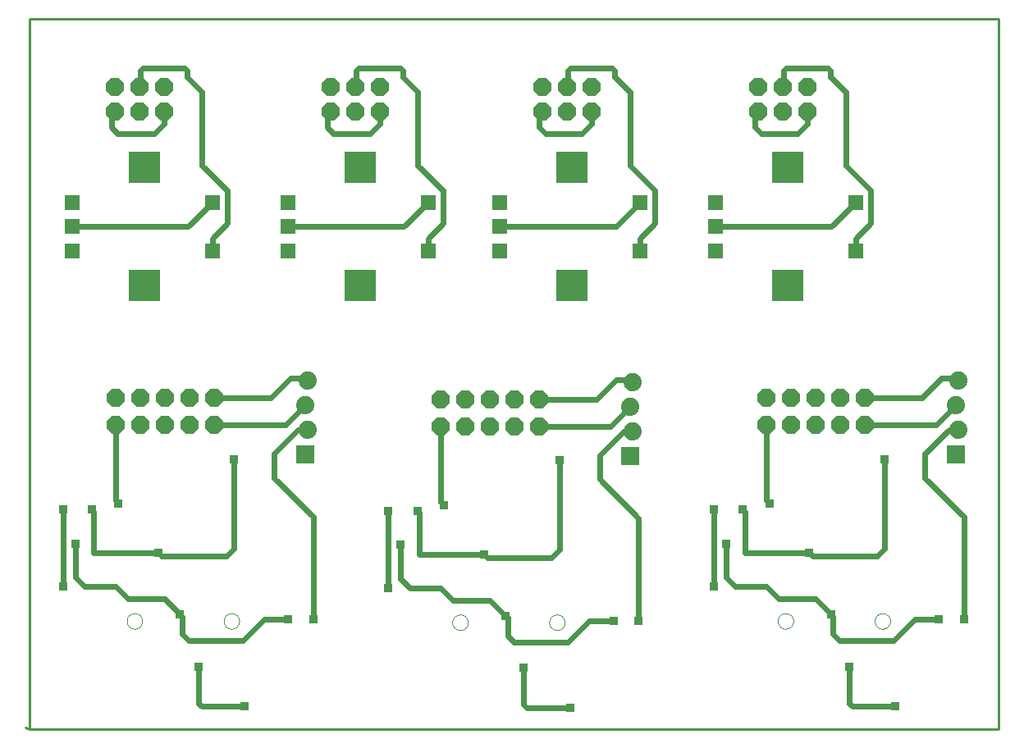
<source format=gbl>
G75*
G70*
%OFA0B0*%
%FSLAX24Y24*%
%IPPOS*%
%LPD*%
%AMOC8*
5,1,8,0,0,1.08239X$1,22.5*
%
%ADD10C,0.0100*%
%ADD11OC8,0.0740*%
%ADD12R,0.0594X0.0594*%
%ADD13R,0.1266X0.1266*%
%ADD14C,0.0000*%
%ADD15R,0.0740X0.0740*%
%ADD16C,0.0740*%
%ADD17R,0.0356X0.0356*%
%ADD18C,0.0240*%
D10*
X000304Y002050D02*
X000304Y030914D01*
X039674Y030914D01*
X039674Y002050D01*
X000304Y002050D01*
X000150Y002101D01*
D11*
X003794Y014410D03*
X004794Y014410D03*
X005794Y014410D03*
X006794Y014410D03*
X007794Y014410D03*
X007794Y015510D03*
X006794Y015510D03*
X005794Y015510D03*
X004794Y015510D03*
X003794Y015510D03*
X017016Y015458D03*
X018016Y015458D03*
X019016Y015458D03*
X020016Y015458D03*
X021016Y015458D03*
X021016Y014358D03*
X020016Y014358D03*
X019016Y014358D03*
X018016Y014358D03*
X017016Y014358D03*
X030239Y014410D03*
X031239Y014410D03*
X032239Y014410D03*
X033239Y014410D03*
X034239Y014410D03*
X034239Y015510D03*
X033239Y015510D03*
X032239Y015510D03*
X031239Y015510D03*
X030239Y015510D03*
X029916Y027142D03*
X030916Y027142D03*
X030916Y028142D03*
X029916Y028142D03*
X031916Y028142D03*
X031916Y027142D03*
X023153Y027142D03*
X023153Y028142D03*
X022153Y028142D03*
X021153Y028142D03*
X021153Y027142D03*
X022153Y027142D03*
X014543Y027142D03*
X013543Y027142D03*
X013543Y028142D03*
X014543Y028142D03*
X012543Y028142D03*
X012543Y027142D03*
X005779Y027142D03*
X005779Y028142D03*
X004779Y028142D03*
X004779Y027142D03*
X003779Y027142D03*
X003779Y028142D03*
D12*
X002030Y023448D03*
X002030Y022463D03*
X002030Y021479D03*
X007738Y021479D03*
X007738Y023448D03*
X010793Y023448D03*
X010793Y022463D03*
X010793Y021479D03*
X016502Y021479D03*
X016502Y023448D03*
X019403Y023448D03*
X019403Y022463D03*
X019403Y021479D03*
X025112Y021479D03*
X025112Y023448D03*
X028167Y023448D03*
X028167Y022463D03*
X028167Y021479D03*
X033876Y021479D03*
X033876Y023448D03*
D13*
X031120Y024865D03*
X031120Y020062D03*
X022356Y020062D03*
X022356Y024865D03*
X013746Y024865D03*
X013746Y020062D03*
X004983Y020062D03*
X004983Y024865D03*
D14*
X004260Y006436D02*
X004262Y006471D01*
X004268Y006506D01*
X004278Y006540D01*
X004291Y006573D01*
X004308Y006604D01*
X004329Y006632D01*
X004352Y006659D01*
X004379Y006682D01*
X004407Y006703D01*
X004438Y006720D01*
X004471Y006733D01*
X004505Y006743D01*
X004540Y006749D01*
X004575Y006751D01*
X004610Y006749D01*
X004645Y006743D01*
X004679Y006733D01*
X004712Y006720D01*
X004743Y006703D01*
X004771Y006682D01*
X004798Y006659D01*
X004821Y006632D01*
X004842Y006604D01*
X004859Y006573D01*
X004872Y006540D01*
X004882Y006506D01*
X004888Y006471D01*
X004890Y006436D01*
X004888Y006401D01*
X004882Y006366D01*
X004872Y006332D01*
X004859Y006299D01*
X004842Y006268D01*
X004821Y006240D01*
X004798Y006213D01*
X004771Y006190D01*
X004743Y006169D01*
X004712Y006152D01*
X004679Y006139D01*
X004645Y006129D01*
X004610Y006123D01*
X004575Y006121D01*
X004540Y006123D01*
X004505Y006129D01*
X004471Y006139D01*
X004438Y006152D01*
X004407Y006169D01*
X004379Y006190D01*
X004352Y006213D01*
X004329Y006240D01*
X004308Y006268D01*
X004291Y006299D01*
X004278Y006332D01*
X004268Y006366D01*
X004262Y006401D01*
X004260Y006436D01*
X008197Y006436D02*
X008199Y006471D01*
X008205Y006506D01*
X008215Y006540D01*
X008228Y006573D01*
X008245Y006604D01*
X008266Y006632D01*
X008289Y006659D01*
X008316Y006682D01*
X008344Y006703D01*
X008375Y006720D01*
X008408Y006733D01*
X008442Y006743D01*
X008477Y006749D01*
X008512Y006751D01*
X008547Y006749D01*
X008582Y006743D01*
X008616Y006733D01*
X008649Y006720D01*
X008680Y006703D01*
X008708Y006682D01*
X008735Y006659D01*
X008758Y006632D01*
X008779Y006604D01*
X008796Y006573D01*
X008809Y006540D01*
X008819Y006506D01*
X008825Y006471D01*
X008827Y006436D01*
X008825Y006401D01*
X008819Y006366D01*
X008809Y006332D01*
X008796Y006299D01*
X008779Y006268D01*
X008758Y006240D01*
X008735Y006213D01*
X008708Y006190D01*
X008680Y006169D01*
X008649Y006152D01*
X008616Y006139D01*
X008582Y006129D01*
X008547Y006123D01*
X008512Y006121D01*
X008477Y006123D01*
X008442Y006129D01*
X008408Y006139D01*
X008375Y006152D01*
X008344Y006169D01*
X008316Y006190D01*
X008289Y006213D01*
X008266Y006240D01*
X008245Y006268D01*
X008228Y006299D01*
X008215Y006332D01*
X008205Y006366D01*
X008199Y006401D01*
X008197Y006436D01*
X017483Y006385D02*
X017485Y006420D01*
X017491Y006455D01*
X017501Y006489D01*
X017514Y006522D01*
X017531Y006553D01*
X017552Y006581D01*
X017575Y006608D01*
X017602Y006631D01*
X017630Y006652D01*
X017661Y006669D01*
X017694Y006682D01*
X017728Y006692D01*
X017763Y006698D01*
X017798Y006700D01*
X017833Y006698D01*
X017868Y006692D01*
X017902Y006682D01*
X017935Y006669D01*
X017966Y006652D01*
X017994Y006631D01*
X018021Y006608D01*
X018044Y006581D01*
X018065Y006553D01*
X018082Y006522D01*
X018095Y006489D01*
X018105Y006455D01*
X018111Y006420D01*
X018113Y006385D01*
X018111Y006350D01*
X018105Y006315D01*
X018095Y006281D01*
X018082Y006248D01*
X018065Y006217D01*
X018044Y006189D01*
X018021Y006162D01*
X017994Y006139D01*
X017966Y006118D01*
X017935Y006101D01*
X017902Y006088D01*
X017868Y006078D01*
X017833Y006072D01*
X017798Y006070D01*
X017763Y006072D01*
X017728Y006078D01*
X017694Y006088D01*
X017661Y006101D01*
X017630Y006118D01*
X017602Y006139D01*
X017575Y006162D01*
X017552Y006189D01*
X017531Y006217D01*
X017514Y006248D01*
X017501Y006281D01*
X017491Y006315D01*
X017485Y006350D01*
X017483Y006385D01*
X021420Y006385D02*
X021422Y006420D01*
X021428Y006455D01*
X021438Y006489D01*
X021451Y006522D01*
X021468Y006553D01*
X021489Y006581D01*
X021512Y006608D01*
X021539Y006631D01*
X021567Y006652D01*
X021598Y006669D01*
X021631Y006682D01*
X021665Y006692D01*
X021700Y006698D01*
X021735Y006700D01*
X021770Y006698D01*
X021805Y006692D01*
X021839Y006682D01*
X021872Y006669D01*
X021903Y006652D01*
X021931Y006631D01*
X021958Y006608D01*
X021981Y006581D01*
X022002Y006553D01*
X022019Y006522D01*
X022032Y006489D01*
X022042Y006455D01*
X022048Y006420D01*
X022050Y006385D01*
X022048Y006350D01*
X022042Y006315D01*
X022032Y006281D01*
X022019Y006248D01*
X022002Y006217D01*
X021981Y006189D01*
X021958Y006162D01*
X021931Y006139D01*
X021903Y006118D01*
X021872Y006101D01*
X021839Y006088D01*
X021805Y006078D01*
X021770Y006072D01*
X021735Y006070D01*
X021700Y006072D01*
X021665Y006078D01*
X021631Y006088D01*
X021598Y006101D01*
X021567Y006118D01*
X021539Y006139D01*
X021512Y006162D01*
X021489Y006189D01*
X021468Y006217D01*
X021451Y006248D01*
X021438Y006281D01*
X021428Y006315D01*
X021422Y006350D01*
X021420Y006385D01*
X030705Y006436D02*
X030707Y006471D01*
X030713Y006506D01*
X030723Y006540D01*
X030736Y006573D01*
X030753Y006604D01*
X030774Y006632D01*
X030797Y006659D01*
X030824Y006682D01*
X030852Y006703D01*
X030883Y006720D01*
X030916Y006733D01*
X030950Y006743D01*
X030985Y006749D01*
X031020Y006751D01*
X031055Y006749D01*
X031090Y006743D01*
X031124Y006733D01*
X031157Y006720D01*
X031188Y006703D01*
X031216Y006682D01*
X031243Y006659D01*
X031266Y006632D01*
X031287Y006604D01*
X031304Y006573D01*
X031317Y006540D01*
X031327Y006506D01*
X031333Y006471D01*
X031335Y006436D01*
X031333Y006401D01*
X031327Y006366D01*
X031317Y006332D01*
X031304Y006299D01*
X031287Y006268D01*
X031266Y006240D01*
X031243Y006213D01*
X031216Y006190D01*
X031188Y006169D01*
X031157Y006152D01*
X031124Y006139D01*
X031090Y006129D01*
X031055Y006123D01*
X031020Y006121D01*
X030985Y006123D01*
X030950Y006129D01*
X030916Y006139D01*
X030883Y006152D01*
X030852Y006169D01*
X030824Y006190D01*
X030797Y006213D01*
X030774Y006240D01*
X030753Y006268D01*
X030736Y006299D01*
X030723Y006332D01*
X030713Y006366D01*
X030707Y006401D01*
X030705Y006436D01*
X034642Y006436D02*
X034644Y006471D01*
X034650Y006506D01*
X034660Y006540D01*
X034673Y006573D01*
X034690Y006604D01*
X034711Y006632D01*
X034734Y006659D01*
X034761Y006682D01*
X034789Y006703D01*
X034820Y006720D01*
X034853Y006733D01*
X034887Y006743D01*
X034922Y006749D01*
X034957Y006751D01*
X034992Y006749D01*
X035027Y006743D01*
X035061Y006733D01*
X035094Y006720D01*
X035125Y006703D01*
X035153Y006682D01*
X035180Y006659D01*
X035203Y006632D01*
X035224Y006604D01*
X035241Y006573D01*
X035254Y006540D01*
X035264Y006506D01*
X035270Y006471D01*
X035272Y006436D01*
X035270Y006401D01*
X035264Y006366D01*
X035254Y006332D01*
X035241Y006299D01*
X035224Y006268D01*
X035203Y006240D01*
X035180Y006213D01*
X035153Y006190D01*
X035125Y006169D01*
X035094Y006152D01*
X035061Y006139D01*
X035027Y006129D01*
X034992Y006123D01*
X034957Y006121D01*
X034922Y006123D01*
X034887Y006129D01*
X034853Y006139D01*
X034820Y006152D01*
X034789Y006169D01*
X034761Y006190D01*
X034734Y006213D01*
X034711Y006240D01*
X034690Y006268D01*
X034673Y006299D01*
X034660Y006332D01*
X034650Y006366D01*
X034644Y006401D01*
X034642Y006436D01*
D15*
X037939Y013210D03*
X024716Y013158D03*
X011494Y013210D03*
D16*
X011594Y014210D03*
X011494Y015210D03*
X011594Y016210D03*
X024716Y015158D03*
X024816Y014158D03*
X024816Y016158D03*
X037939Y015210D03*
X038039Y014210D03*
X038039Y016210D03*
D17*
X035051Y013017D03*
X031989Y009210D03*
X030364Y011210D03*
X029290Y010960D03*
X028114Y010960D03*
X028614Y009585D03*
X028114Y007835D03*
X025058Y006457D03*
X024033Y006457D03*
X020391Y004533D03*
X022266Y002908D03*
X019641Y006658D03*
X018766Y009158D03*
X017141Y011158D03*
X016067Y010908D03*
X014891Y010908D03*
X015391Y009533D03*
X014891Y007783D03*
X011835Y006508D03*
X010810Y006508D03*
X007169Y004585D03*
X009044Y002960D03*
X006419Y006710D03*
X005544Y009210D03*
X002845Y010960D03*
X003919Y011210D03*
X001669Y010960D03*
X002169Y009585D03*
X001669Y007835D03*
X008606Y013017D03*
X021829Y012966D03*
X032864Y006710D03*
X033614Y004585D03*
X035489Y002960D03*
X037255Y006508D03*
X038280Y006508D03*
D18*
X038280Y010660D01*
X036691Y012248D01*
X036691Y013236D01*
X037665Y014210D01*
X038039Y014210D01*
X037139Y014410D02*
X037939Y015210D01*
X037139Y014410D02*
X034239Y014410D01*
X034239Y015510D02*
X036570Y015510D01*
X037358Y016297D01*
X037951Y016297D01*
X038039Y016210D01*
X035051Y013017D02*
X035051Y009378D01*
X034744Y009071D01*
X032128Y009071D01*
X031989Y009210D01*
X029364Y009210D01*
X029364Y010886D01*
X029290Y010960D01*
X030239Y011335D02*
X030239Y014410D01*
X030239Y011335D02*
X030364Y011210D01*
X028114Y010960D02*
X028114Y007835D01*
X028614Y008210D02*
X028989Y007835D01*
X030239Y007835D01*
X030739Y007335D01*
X032239Y007335D01*
X032864Y006710D01*
X032950Y006623D01*
X032950Y005893D01*
X033206Y005637D01*
X035410Y005637D01*
X036281Y006508D01*
X037255Y006508D01*
X033614Y004585D02*
X033614Y003085D01*
X033739Y002960D01*
X035489Y002960D01*
X028614Y008210D02*
X028614Y009585D01*
X025058Y010608D02*
X023469Y012197D01*
X023469Y013185D01*
X024443Y014158D01*
X024816Y014158D01*
X023916Y014358D02*
X024716Y015158D01*
X023916Y014358D02*
X021016Y014358D01*
X021016Y015458D02*
X023348Y015458D01*
X024135Y016246D01*
X024729Y016246D01*
X024816Y016158D01*
X021829Y012966D02*
X021829Y009327D01*
X021521Y009020D01*
X018905Y009020D01*
X018766Y009158D01*
X016141Y009158D01*
X016141Y010835D01*
X016067Y010908D01*
X017016Y011283D02*
X017016Y014358D01*
X017016Y011283D02*
X017141Y011158D01*
X015391Y009533D02*
X015391Y008158D01*
X015766Y007783D01*
X017016Y007783D01*
X017516Y007283D01*
X019016Y007283D01*
X019641Y006658D01*
X019728Y006572D01*
X019728Y005842D01*
X019984Y005586D01*
X022188Y005586D01*
X023059Y006457D01*
X024033Y006457D01*
X025058Y006457D02*
X025058Y010608D01*
X020391Y004533D02*
X020391Y003033D01*
X020516Y002908D01*
X022266Y002908D01*
X014891Y007783D02*
X014891Y010908D01*
X011835Y010660D02*
X010246Y012248D01*
X010246Y013236D01*
X011220Y014210D01*
X011594Y014210D01*
X010694Y014410D02*
X011494Y015210D01*
X010694Y014410D02*
X007794Y014410D01*
X007794Y015510D02*
X010125Y015510D01*
X010913Y016297D01*
X011506Y016297D01*
X011594Y016210D01*
X008606Y013017D02*
X008606Y009378D01*
X008299Y009071D01*
X005683Y009071D01*
X005544Y009210D01*
X002919Y009210D01*
X002919Y010886D01*
X002845Y010960D01*
X003794Y011335D02*
X003794Y014410D01*
X003794Y011335D02*
X003919Y011210D01*
X001669Y010960D02*
X001669Y007835D01*
X002169Y008210D02*
X002544Y007835D01*
X003794Y007835D01*
X004294Y007335D01*
X005794Y007335D01*
X006419Y006710D01*
X006505Y006623D01*
X006505Y005893D01*
X006761Y005637D01*
X008965Y005637D01*
X009836Y006508D01*
X010810Y006508D01*
X011835Y006508D02*
X011835Y010660D01*
X007169Y004585D02*
X007169Y003085D01*
X007294Y002960D01*
X009044Y002960D01*
X002169Y008210D02*
X002169Y009585D01*
X007738Y021479D02*
X007738Y021989D01*
X008350Y022601D01*
X008350Y023933D01*
X007325Y024958D01*
X007325Y027931D01*
X006710Y028546D01*
X006710Y028802D01*
X006608Y028905D01*
X004916Y028905D01*
X004814Y028802D01*
X004814Y028177D01*
X004779Y028142D01*
X005779Y027142D02*
X005779Y026641D01*
X005378Y026240D01*
X003891Y026240D01*
X003635Y026496D01*
X003635Y026998D01*
X003779Y027142D01*
X007738Y023448D02*
X006754Y022463D01*
X002030Y022463D01*
X010793Y022463D02*
X015518Y022463D01*
X016502Y023448D01*
X017114Y023933D02*
X016089Y024958D01*
X016089Y027931D01*
X015474Y028546D01*
X015474Y028802D01*
X015371Y028905D01*
X013680Y028905D01*
X013578Y028802D01*
X013578Y028177D01*
X013543Y028142D01*
X014543Y027142D02*
X014543Y026641D01*
X014141Y026240D01*
X012655Y026240D01*
X012399Y026496D01*
X012399Y026998D01*
X012543Y027142D01*
X017114Y023933D02*
X017114Y022601D01*
X016502Y021989D01*
X016502Y021479D01*
X019403Y022463D02*
X024128Y022463D01*
X025112Y023448D01*
X025724Y023933D02*
X024699Y024958D01*
X024699Y027931D01*
X024084Y028546D01*
X024084Y028802D01*
X023981Y028905D01*
X022290Y028905D01*
X022188Y028802D01*
X022188Y028177D01*
X022153Y028142D01*
X023153Y027142D02*
X023153Y026641D01*
X022751Y026240D01*
X021265Y026240D01*
X021009Y026496D01*
X021009Y026998D01*
X021153Y027142D01*
X025724Y023933D02*
X025724Y022601D01*
X025112Y021989D01*
X025112Y021479D01*
X028167Y022463D02*
X032892Y022463D01*
X033876Y023448D01*
X034488Y023933D02*
X033463Y024958D01*
X033463Y027931D01*
X032848Y028546D01*
X032848Y028802D01*
X032745Y028905D01*
X031054Y028905D01*
X030951Y028802D01*
X030951Y028177D01*
X030916Y028142D01*
X029916Y027142D02*
X029773Y026998D01*
X029773Y026496D01*
X030029Y026240D01*
X031515Y026240D01*
X031916Y026641D01*
X031916Y027142D01*
X034488Y023933D02*
X034488Y022601D01*
X033876Y021989D01*
X033876Y021479D01*
M02*

</source>
